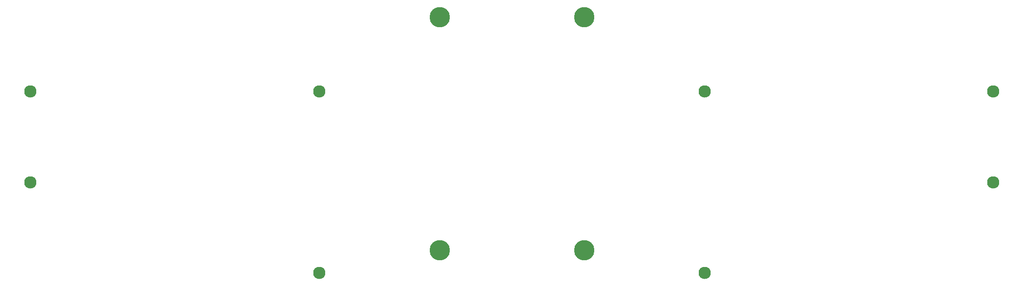
<source format=gbr>
%TF.GenerationSoftware,KiCad,Pcbnew,7.0.1*%
%TF.CreationDate,2023-03-24T14:03:17-04:00*%
%TF.ProjectId,kurp,6b757270-2e6b-4696-9361-645f70636258,v1.0.0*%
%TF.SameCoordinates,Original*%
%TF.FileFunction,Soldermask,Bot*%
%TF.FilePolarity,Negative*%
%FSLAX46Y46*%
G04 Gerber Fmt 4.6, Leading zero omitted, Abs format (unit mm)*
G04 Created by KiCad (PCBNEW 7.0.1) date 2023-03-24 14:03:17*
%MOMM*%
%LPD*%
G01*
G04 APERTURE LIST*
%ADD10C,3.800000*%
%ADD11C,2.300000*%
G04 APERTURE END LIST*
D10*
%TO.C,H8*%
X130500000Y-4200000D03*
%TD*%
%TO.C,H7*%
X103500000Y-4200000D03*
%TD*%
%TO.C,H6*%
X130500000Y39400000D03*
%TD*%
%TO.C,H5*%
X103500000Y39400000D03*
%TD*%
D11*
%TO.C,H12*%
X153000000Y-8500000D03*
%TD*%
%TO.C,H11*%
X81000000Y-8500000D03*
%TD*%
%TO.C,H10*%
X153000000Y25500000D03*
%TD*%
%TO.C,H9*%
X81000000Y25500000D03*
%TD*%
%TO.C,H4*%
X207000000Y8500000D03*
%TD*%
%TO.C,H3*%
X27000000Y8500000D03*
%TD*%
%TO.C,H2*%
X207000000Y25500000D03*
%TD*%
%TO.C,H1*%
X27000000Y25500000D03*
%TD*%
M02*

</source>
